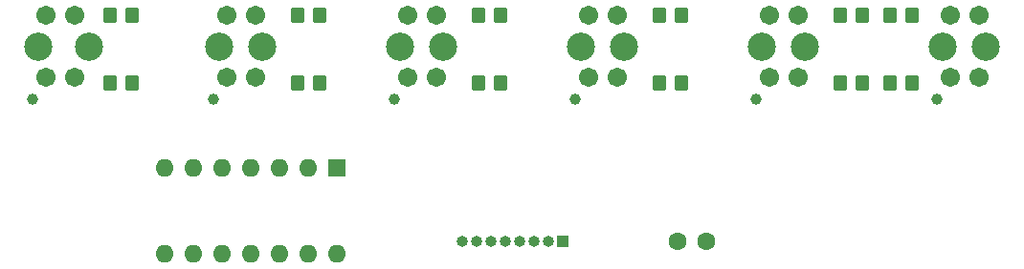
<source format=gbr>
%TF.GenerationSoftware,KiCad,Pcbnew,8.0.5*%
%TF.CreationDate,2024-10-02T14:31:40-03:00*%
%TF.ProjectId,modulo_sensor,6d6f6475-6c6f-45f7-9365-6e736f722e6b,rev?*%
%TF.SameCoordinates,Original*%
%TF.FileFunction,Soldermask,Bot*%
%TF.FilePolarity,Negative*%
%FSLAX46Y46*%
G04 Gerber Fmt 4.6, Leading zero omitted, Abs format (unit mm)*
G04 Created by KiCad (PCBNEW 8.0.5) date 2024-10-02 14:31:40*
%MOMM*%
%LPD*%
G01*
G04 APERTURE LIST*
G04 Aperture macros list*
%AMRoundRect*
0 Rectangle with rounded corners*
0 $1 Rounding radius*
0 $2 $3 $4 $5 $6 $7 $8 $9 X,Y pos of 4 corners*
0 Add a 4 corners polygon primitive as box body*
4,1,4,$2,$3,$4,$5,$6,$7,$8,$9,$2,$3,0*
0 Add four circle primitives for the rounded corners*
1,1,$1+$1,$2,$3*
1,1,$1+$1,$4,$5*
1,1,$1+$1,$6,$7*
1,1,$1+$1,$8,$9*
0 Add four rect primitives between the rounded corners*
20,1,$1+$1,$2,$3,$4,$5,0*
20,1,$1+$1,$4,$5,$6,$7,0*
20,1,$1+$1,$6,$7,$8,$9,0*
20,1,$1+$1,$8,$9,$2,$3,0*%
G04 Aperture macros list end*
%ADD10R,1.000000X1.000000*%
%ADD11O,1.000000X1.000000*%
%ADD12R,1.600000X1.600000*%
%ADD13O,1.600000X1.600000*%
%ADD14C,1.600000*%
%ADD15RoundRect,0.250000X-0.350000X-0.450000X0.350000X-0.450000X0.350000X0.450000X-0.350000X0.450000X0*%
%ADD16C,1.000000*%
%ADD17C,2.500000*%
%ADD18C,1.704000*%
%ADD19RoundRect,0.250000X0.350000X0.450000X-0.350000X0.450000X-0.350000X-0.450000X0.350000X-0.450000X0*%
G04 APERTURE END LIST*
D10*
%TO.C,J1*%
X103059983Y-80000000D03*
D11*
X101789983Y-80000000D03*
X100519983Y-80000000D03*
X99249983Y-80000000D03*
X97979983Y-80000000D03*
X96709983Y-80000000D03*
X95439983Y-80000000D03*
X94169983Y-80000000D03*
%TD*%
D12*
%TO.C,U1*%
X83080000Y-73500000D03*
D13*
X80540000Y-73500000D03*
X78000000Y-73500000D03*
X75460000Y-73500000D03*
X72920000Y-73500000D03*
X70380000Y-73500000D03*
X67840000Y-73500000D03*
X67840000Y-81120000D03*
X70380000Y-81120000D03*
X72920000Y-81120000D03*
X75460000Y-81120000D03*
X78000000Y-81120000D03*
X80540000Y-81120000D03*
X83080000Y-81120000D03*
%TD*%
D14*
%TO.C,C1*%
X115750000Y-80000000D03*
X113250000Y-80000000D03*
%TD*%
D15*
%TO.C,R8*%
X111609983Y-66000000D03*
X113609983Y-66000000D03*
%TD*%
D16*
%TO.C,Sensor3*%
X88159983Y-67390000D03*
D17*
X88709983Y-62740000D03*
X92509983Y-62740000D03*
D18*
X91879983Y-59990000D03*
X89339983Y-59990000D03*
X91879983Y-65490000D03*
X89339983Y-65490000D03*
%TD*%
D16*
%TO.C,Sensor2*%
X72159983Y-67390000D03*
D17*
X72709983Y-62740000D03*
X76509983Y-62740000D03*
D18*
X75879983Y-59990000D03*
X73339983Y-59990000D03*
X75879983Y-65490000D03*
X73339983Y-65490000D03*
%TD*%
D15*
%TO.C,R7*%
X111609983Y-60000000D03*
X113609983Y-60000000D03*
%TD*%
D16*
%TO.C,Sensor6*%
X136159983Y-67390000D03*
D17*
X136709983Y-62740000D03*
X140509983Y-62740000D03*
D18*
X139879983Y-59990000D03*
X137339983Y-59990000D03*
X139879983Y-65490000D03*
X137339983Y-65490000D03*
%TD*%
D15*
%TO.C,R6*%
X95609983Y-66000000D03*
X97609983Y-66000000D03*
%TD*%
%TO.C,R3*%
X79609983Y-60000000D03*
X81609983Y-60000000D03*
%TD*%
%TO.C,R10*%
X127609983Y-66000000D03*
X129609983Y-66000000D03*
%TD*%
%TO.C,R2*%
X63000000Y-66000000D03*
X65000000Y-66000000D03*
%TD*%
%TO.C,R5*%
X95609983Y-60000000D03*
X97609983Y-60000000D03*
%TD*%
D16*
%TO.C,Sensor5*%
X120159983Y-67390000D03*
D17*
X120709983Y-62740000D03*
X124509983Y-62740000D03*
D18*
X123879983Y-59990000D03*
X121339983Y-59990000D03*
X123879983Y-65490000D03*
X121339983Y-65490000D03*
%TD*%
D15*
%TO.C,R4*%
X79609983Y-66000000D03*
X81609983Y-66000000D03*
%TD*%
%TO.C,R1*%
X63000000Y-60000000D03*
X65000000Y-60000000D03*
%TD*%
%TO.C,R9*%
X127609983Y-60000000D03*
X129609983Y-60000000D03*
%TD*%
D16*
%TO.C,Sensor1*%
X56159983Y-67390000D03*
D17*
X56709983Y-62740000D03*
X61159983Y-62740000D03*
D18*
X59879983Y-59990000D03*
X57339983Y-59990000D03*
X59879983Y-65490000D03*
X57339983Y-65490000D03*
%TD*%
D19*
%TO.C,R12*%
X134000000Y-66000000D03*
X132000000Y-66000000D03*
%TD*%
%TO.C,R11*%
X134000000Y-60000000D03*
X132000000Y-60000000D03*
%TD*%
D16*
%TO.C,Sensor4*%
X104159983Y-67390000D03*
D17*
X104709983Y-62740000D03*
X108509983Y-62740000D03*
D18*
X107879983Y-59990000D03*
X105339983Y-59990000D03*
X107879983Y-65490000D03*
X105339983Y-65490000D03*
%TD*%
M02*

</source>
